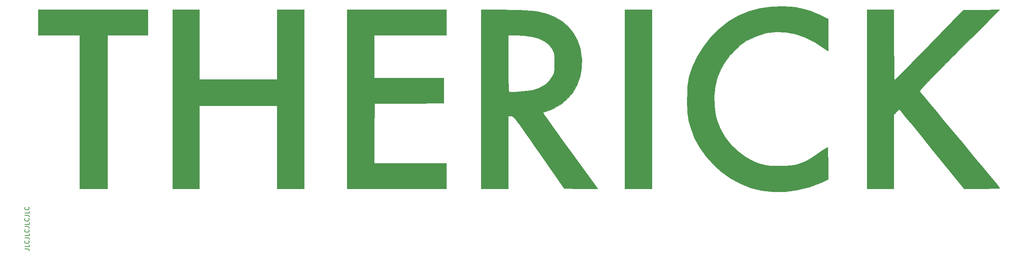
<source format=gbr>
G04 #@! TF.GenerationSoftware,KiCad,Pcbnew,(5.1.2-1)-1*
G04 #@! TF.CreationDate,2020-06-06T07:12:09-05:00*
G04 #@! TF.ProjectId,therick48.16,74686572-6963-46b3-9438-2e31362e6b69,rev?*
G04 #@! TF.SameCoordinates,Original*
G04 #@! TF.FileFunction,Legend,Top*
G04 #@! TF.FilePolarity,Positive*
%FSLAX46Y46*%
G04 Gerber Fmt 4.6, Leading zero omitted, Abs format (unit mm)*
G04 Created by KiCad (PCBNEW (5.1.2-1)-1) date 2020-06-06 07:12:09*
%MOMM*%
%LPD*%
G04 APERTURE LIST*
%ADD10C,0.150000*%
%ADD11C,0.010000*%
G04 APERTURE END LIST*
D10*
X47839380Y-106566690D02*
X48553666Y-106566690D01*
X48696523Y-106614309D01*
X48791761Y-106709547D01*
X48839380Y-106852404D01*
X48839380Y-106947642D01*
X48839380Y-105614309D02*
X48839380Y-106090500D01*
X47839380Y-106090500D01*
X48744142Y-104709547D02*
X48791761Y-104757166D01*
X48839380Y-104900023D01*
X48839380Y-104995261D01*
X48791761Y-105138119D01*
X48696523Y-105233357D01*
X48601285Y-105280976D01*
X48410809Y-105328595D01*
X48267952Y-105328595D01*
X48077476Y-105280976D01*
X47982238Y-105233357D01*
X47887000Y-105138119D01*
X47839380Y-104995261D01*
X47839380Y-104900023D01*
X47887000Y-104757166D01*
X47934619Y-104709547D01*
X47839380Y-103995261D02*
X48553666Y-103995261D01*
X48696523Y-104042880D01*
X48791761Y-104138119D01*
X48839380Y-104280976D01*
X48839380Y-104376214D01*
X48839380Y-103042880D02*
X48839380Y-103519071D01*
X47839380Y-103519071D01*
X48744142Y-102138119D02*
X48791761Y-102185738D01*
X48839380Y-102328595D01*
X48839380Y-102423833D01*
X48791761Y-102566690D01*
X48696523Y-102661928D01*
X48601285Y-102709547D01*
X48410809Y-102757166D01*
X48267952Y-102757166D01*
X48077476Y-102709547D01*
X47982238Y-102661928D01*
X47887000Y-102566690D01*
X47839380Y-102423833D01*
X47839380Y-102328595D01*
X47887000Y-102185738D01*
X47934619Y-102138119D01*
X47839380Y-101423833D02*
X48553666Y-101423833D01*
X48696523Y-101471452D01*
X48791761Y-101566690D01*
X48839380Y-101709547D01*
X48839380Y-101804785D01*
X48839380Y-100471452D02*
X48839380Y-100947642D01*
X47839380Y-100947642D01*
X48744142Y-99566690D02*
X48791761Y-99614309D01*
X48839380Y-99757166D01*
X48839380Y-99852404D01*
X48791761Y-99995261D01*
X48696523Y-100090500D01*
X48601285Y-100138119D01*
X48410809Y-100185738D01*
X48267952Y-100185738D01*
X48077476Y-100138119D01*
X47982238Y-100090500D01*
X47887000Y-99995261D01*
X47839380Y-99852404D01*
X47839380Y-99757166D01*
X47887000Y-99614309D01*
X47934619Y-99566690D01*
X47839380Y-98852404D02*
X48553666Y-98852404D01*
X48696523Y-98900023D01*
X48791761Y-98995261D01*
X48839380Y-99138119D01*
X48839380Y-99233357D01*
X48839380Y-97900023D02*
X48839380Y-98376214D01*
X47839380Y-98376214D01*
X48744142Y-96995261D02*
X48791761Y-97042880D01*
X48839380Y-97185738D01*
X48839380Y-97280976D01*
X48791761Y-97423833D01*
X48696523Y-97519071D01*
X48601285Y-97566690D01*
X48410809Y-97614309D01*
X48267952Y-97614309D01*
X48077476Y-97566690D01*
X47982238Y-97519071D01*
X47887000Y-97423833D01*
X47839380Y-97280976D01*
X47839380Y-97185738D01*
X47887000Y-97042880D01*
X47934619Y-96995261D01*
D11*
G36*
X246521429Y-59806428D02*
G01*
X246524383Y-61478072D01*
X246532837Y-63032105D01*
X246546177Y-64432210D01*
X246563790Y-65642067D01*
X246585064Y-66625357D01*
X246609383Y-67345760D01*
X246636136Y-67766957D01*
X246657500Y-67864645D01*
X246804557Y-67735144D01*
X247181854Y-67367063D01*
X247767423Y-66782698D01*
X248539299Y-66004348D01*
X249475516Y-65054310D01*
X250554106Y-63954882D01*
X251753104Y-62728361D01*
X253050542Y-61397045D01*
X254424456Y-59983231D01*
X254595000Y-59807461D01*
X262396429Y-51765632D01*
X266568619Y-51749244D01*
X270740809Y-51732857D01*
X261501567Y-60973431D01*
X259733816Y-62742420D01*
X258206687Y-64273443D01*
X256903440Y-65584331D01*
X255807337Y-66692913D01*
X254901638Y-67617019D01*
X254169605Y-68374478D01*
X253594499Y-68983120D01*
X253159580Y-69460775D01*
X252848110Y-69825271D01*
X252643350Y-70094440D01*
X252528561Y-70286109D01*
X252487003Y-70418109D01*
X252501938Y-70508270D01*
X252521520Y-70538564D01*
X252676489Y-70727180D01*
X253044894Y-71172760D01*
X253608341Y-71853126D01*
X254348438Y-72746099D01*
X255246789Y-73829502D01*
X256285002Y-75081157D01*
X257444682Y-76478884D01*
X258707436Y-78000507D01*
X260054870Y-79623848D01*
X261468591Y-81326727D01*
X261690637Y-81594161D01*
X263109267Y-83303415D01*
X264461451Y-84933908D01*
X265729138Y-86463793D01*
X266894276Y-87871226D01*
X267938814Y-89134360D01*
X268844700Y-90231349D01*
X269593883Y-91140346D01*
X270168310Y-91839507D01*
X270549931Y-92306985D01*
X270720694Y-92520934D01*
X270727416Y-92530456D01*
X270664449Y-92601034D01*
X270360363Y-92655196D01*
X269789268Y-92694258D01*
X268925277Y-92719539D01*
X267742501Y-92732356D01*
X266716065Y-92734619D01*
X262577857Y-92733523D01*
X255239568Y-83663190D01*
X253966099Y-82091205D01*
X252759362Y-80605585D01*
X251638732Y-79229925D01*
X250623586Y-77987819D01*
X249733298Y-76902863D01*
X248987244Y-75998651D01*
X248404799Y-75298777D01*
X248005338Y-74826836D01*
X247808238Y-74606423D01*
X247791230Y-74592857D01*
X247610246Y-74711834D01*
X247279160Y-75012818D01*
X247101305Y-75191137D01*
X246521429Y-75789417D01*
X246521429Y-92735714D01*
X240352857Y-92735714D01*
X240352857Y-51732857D01*
X246521429Y-51732857D01*
X246521429Y-59806428D01*
X246521429Y-59806428D01*
G37*
X246521429Y-59806428D02*
X246524383Y-61478072D01*
X246532837Y-63032105D01*
X246546177Y-64432210D01*
X246563790Y-65642067D01*
X246585064Y-66625357D01*
X246609383Y-67345760D01*
X246636136Y-67766957D01*
X246657500Y-67864645D01*
X246804557Y-67735144D01*
X247181854Y-67367063D01*
X247767423Y-66782698D01*
X248539299Y-66004348D01*
X249475516Y-65054310D01*
X250554106Y-63954882D01*
X251753104Y-62728361D01*
X253050542Y-61397045D01*
X254424456Y-59983231D01*
X254595000Y-59807461D01*
X262396429Y-51765632D01*
X266568619Y-51749244D01*
X270740809Y-51732857D01*
X261501567Y-60973431D01*
X259733816Y-62742420D01*
X258206687Y-64273443D01*
X256903440Y-65584331D01*
X255807337Y-66692913D01*
X254901638Y-67617019D01*
X254169605Y-68374478D01*
X253594499Y-68983120D01*
X253159580Y-69460775D01*
X252848110Y-69825271D01*
X252643350Y-70094440D01*
X252528561Y-70286109D01*
X252487003Y-70418109D01*
X252501938Y-70508270D01*
X252521520Y-70538564D01*
X252676489Y-70727180D01*
X253044894Y-71172760D01*
X253608341Y-71853126D01*
X254348438Y-72746099D01*
X255246789Y-73829502D01*
X256285002Y-75081157D01*
X257444682Y-76478884D01*
X258707436Y-78000507D01*
X260054870Y-79623848D01*
X261468591Y-81326727D01*
X261690637Y-81594161D01*
X263109267Y-83303415D01*
X264461451Y-84933908D01*
X265729138Y-86463793D01*
X266894276Y-87871226D01*
X267938814Y-89134360D01*
X268844700Y-90231349D01*
X269593883Y-91140346D01*
X270168310Y-91839507D01*
X270549931Y-92306985D01*
X270720694Y-92520934D01*
X270727416Y-92530456D01*
X270664449Y-92601034D01*
X270360363Y-92655196D01*
X269789268Y-92694258D01*
X268925277Y-92719539D01*
X267742501Y-92732356D01*
X266716065Y-92734619D01*
X262577857Y-92733523D01*
X255239568Y-83663190D01*
X253966099Y-82091205D01*
X252759362Y-80605585D01*
X251638732Y-79229925D01*
X250623586Y-77987819D01*
X249733298Y-76902863D01*
X248987244Y-75998651D01*
X248404799Y-75298777D01*
X248005338Y-74826836D01*
X247808238Y-74606423D01*
X247791230Y-74592857D01*
X247610246Y-74711834D01*
X247279160Y-75012818D01*
X247101305Y-75191137D01*
X246521429Y-75789417D01*
X246521429Y-92735714D01*
X240352857Y-92735714D01*
X240352857Y-51732857D01*
X246521429Y-51732857D01*
X246521429Y-59806428D01*
G36*
X191185714Y-92735714D02*
G01*
X185017143Y-92735714D01*
X185017143Y-51732857D01*
X191185714Y-51732857D01*
X191185714Y-92735714D01*
X191185714Y-92735714D01*
G37*
X191185714Y-92735714D02*
X185017143Y-92735714D01*
X185017143Y-51732857D01*
X191185714Y-51732857D01*
X191185714Y-92735714D01*
G36*
X157122500Y-51733368D02*
G01*
X159111420Y-51743496D01*
X160790534Y-51776475D01*
X162212432Y-51836871D01*
X163429703Y-51929249D01*
X164494938Y-52058172D01*
X165460726Y-52228207D01*
X166379657Y-52443917D01*
X166869408Y-52579405D01*
X168862546Y-53324894D01*
X170602015Y-54326749D01*
X172077926Y-55572572D01*
X173280389Y-57049960D01*
X174199516Y-58746512D01*
X174825416Y-60649828D01*
X175148200Y-62747505D01*
X175164266Y-62981156D01*
X175127829Y-65083491D01*
X174768165Y-67077798D01*
X174102034Y-68934212D01*
X173146193Y-70622868D01*
X171917404Y-72113898D01*
X170432426Y-73377438D01*
X168786709Y-74346127D01*
X168086551Y-74660047D01*
X167430292Y-74915484D01*
X166952174Y-75060505D01*
X166927066Y-75065515D01*
X166523507Y-75187169D01*
X166332377Y-75335195D01*
X166330000Y-75351142D01*
X166433811Y-75525574D01*
X166732762Y-75966838D01*
X167208126Y-76648631D01*
X167841178Y-77544653D01*
X168613193Y-78628600D01*
X169505445Y-79874172D01*
X170499208Y-81255066D01*
X171575758Y-82744980D01*
X172580244Y-84130237D01*
X178830489Y-92735714D01*
X174984173Y-92726417D01*
X171137857Y-92717119D01*
X165345321Y-84380702D01*
X164103640Y-82594461D01*
X163051038Y-81083419D01*
X162169863Y-79824566D01*
X161442464Y-78794894D01*
X160851190Y-77971394D01*
X160378388Y-77331057D01*
X160006408Y-76850874D01*
X159717598Y-76507836D01*
X159494306Y-76278933D01*
X159318880Y-76141158D01*
X159173670Y-76071501D01*
X159041024Y-76046953D01*
X158949964Y-76044286D01*
X158347143Y-76044286D01*
X158347143Y-92735714D01*
X152178572Y-92735714D01*
X152178572Y-63949047D01*
X158347143Y-63949047D01*
X158350867Y-65440646D01*
X158361457Y-66817056D01*
X158378038Y-68036229D01*
X158399738Y-69056115D01*
X158425683Y-69834667D01*
X158454998Y-70329835D01*
X158483214Y-70498125D01*
X158725184Y-70552914D01*
X159249783Y-70568276D01*
X159979533Y-70549359D01*
X160836954Y-70501313D01*
X161744568Y-70429288D01*
X162624896Y-70338432D01*
X163400458Y-70233895D01*
X163927692Y-70136276D01*
X165502941Y-69630647D01*
X166810792Y-68886237D01*
X167846184Y-67906686D01*
X168547093Y-66814521D01*
X168732644Y-66390784D01*
X168853658Y-65959714D01*
X168923241Y-65428615D01*
X168954495Y-64704793D01*
X168960714Y-63888571D01*
X168953839Y-62960644D01*
X168923020Y-62301379D01*
X168852966Y-61816686D01*
X168728387Y-61412475D01*
X168533993Y-60994654D01*
X168470705Y-60873276D01*
X167725203Y-59819015D01*
X166704784Y-58968558D01*
X165402313Y-58319032D01*
X163810659Y-57867565D01*
X161922686Y-57611283D01*
X160206786Y-57544901D01*
X158347143Y-57538571D01*
X158347143Y-63949047D01*
X152178572Y-63949047D01*
X152178572Y-51732857D01*
X157122500Y-51733368D01*
X157122500Y-51733368D01*
G37*
X157122500Y-51733368D02*
X159111420Y-51743496D01*
X160790534Y-51776475D01*
X162212432Y-51836871D01*
X163429703Y-51929249D01*
X164494938Y-52058172D01*
X165460726Y-52228207D01*
X166379657Y-52443917D01*
X166869408Y-52579405D01*
X168862546Y-53324894D01*
X170602015Y-54326749D01*
X172077926Y-55572572D01*
X173280389Y-57049960D01*
X174199516Y-58746512D01*
X174825416Y-60649828D01*
X175148200Y-62747505D01*
X175164266Y-62981156D01*
X175127829Y-65083491D01*
X174768165Y-67077798D01*
X174102034Y-68934212D01*
X173146193Y-70622868D01*
X171917404Y-72113898D01*
X170432426Y-73377438D01*
X168786709Y-74346127D01*
X168086551Y-74660047D01*
X167430292Y-74915484D01*
X166952174Y-75060505D01*
X166927066Y-75065515D01*
X166523507Y-75187169D01*
X166332377Y-75335195D01*
X166330000Y-75351142D01*
X166433811Y-75525574D01*
X166732762Y-75966838D01*
X167208126Y-76648631D01*
X167841178Y-77544653D01*
X168613193Y-78628600D01*
X169505445Y-79874172D01*
X170499208Y-81255066D01*
X171575758Y-82744980D01*
X172580244Y-84130237D01*
X178830489Y-92735714D01*
X174984173Y-92726417D01*
X171137857Y-92717119D01*
X165345321Y-84380702D01*
X164103640Y-82594461D01*
X163051038Y-81083419D01*
X162169863Y-79824566D01*
X161442464Y-78794894D01*
X160851190Y-77971394D01*
X160378388Y-77331057D01*
X160006408Y-76850874D01*
X159717598Y-76507836D01*
X159494306Y-76278933D01*
X159318880Y-76141158D01*
X159173670Y-76071501D01*
X159041024Y-76046953D01*
X158949964Y-76044286D01*
X158347143Y-76044286D01*
X158347143Y-92735714D01*
X152178572Y-92735714D01*
X152178572Y-63949047D01*
X158347143Y-63949047D01*
X158350867Y-65440646D01*
X158361457Y-66817056D01*
X158378038Y-68036229D01*
X158399738Y-69056115D01*
X158425683Y-69834667D01*
X158454998Y-70329835D01*
X158483214Y-70498125D01*
X158725184Y-70552914D01*
X159249783Y-70568276D01*
X159979533Y-70549359D01*
X160836954Y-70501313D01*
X161744568Y-70429288D01*
X162624896Y-70338432D01*
X163400458Y-70233895D01*
X163927692Y-70136276D01*
X165502941Y-69630647D01*
X166810792Y-68886237D01*
X167846184Y-67906686D01*
X168547093Y-66814521D01*
X168732644Y-66390784D01*
X168853658Y-65959714D01*
X168923241Y-65428615D01*
X168954495Y-64704793D01*
X168960714Y-63888571D01*
X168953839Y-62960644D01*
X168923020Y-62301379D01*
X168852966Y-61816686D01*
X168728387Y-61412475D01*
X168533993Y-60994654D01*
X168470705Y-60873276D01*
X167725203Y-59819015D01*
X166704784Y-58968558D01*
X165402313Y-58319032D01*
X163810659Y-57867565D01*
X161922686Y-57611283D01*
X160206786Y-57544901D01*
X158347143Y-57538571D01*
X158347143Y-63949047D01*
X152178572Y-63949047D01*
X152178572Y-51732857D01*
X157122500Y-51733368D01*
G36*
X144195714Y-57538571D02*
G01*
X127685714Y-57538571D01*
X127685714Y-67335714D01*
X143651429Y-67335714D01*
X143651429Y-73137614D01*
X135713929Y-73184878D01*
X127776429Y-73232143D01*
X127728890Y-80081071D01*
X127681351Y-86930000D01*
X144195714Y-86930000D01*
X144195714Y-92735714D01*
X121517143Y-92735714D01*
X121517143Y-51732857D01*
X144195714Y-51732857D01*
X144195714Y-57538571D01*
X144195714Y-57538571D01*
G37*
X144195714Y-57538571D02*
X127685714Y-57538571D01*
X127685714Y-67335714D01*
X143651429Y-67335714D01*
X143651429Y-73137614D01*
X135713929Y-73184878D01*
X127776429Y-73232143D01*
X127728890Y-80081071D01*
X127681351Y-86930000D01*
X144195714Y-86930000D01*
X144195714Y-92735714D01*
X121517143Y-92735714D01*
X121517143Y-51732857D01*
X144195714Y-51732857D01*
X144195714Y-57538571D01*
G36*
X87771429Y-67698571D02*
G01*
X105551429Y-67698571D01*
X105551429Y-51732857D01*
X111720000Y-51732857D01*
X111720000Y-92735714D01*
X105551429Y-92735714D01*
X105551429Y-73685714D01*
X87771429Y-73685714D01*
X87771429Y-92735714D01*
X81602857Y-92735714D01*
X81602857Y-51732857D01*
X87771429Y-51732857D01*
X87771429Y-67698571D01*
X87771429Y-67698571D01*
G37*
X87771429Y-67698571D02*
X105551429Y-67698571D01*
X105551429Y-51732857D01*
X111720000Y-51732857D01*
X111720000Y-92735714D01*
X105551429Y-92735714D01*
X105551429Y-73685714D01*
X87771429Y-73685714D01*
X87771429Y-92735714D01*
X81602857Y-92735714D01*
X81602857Y-51732857D01*
X87771429Y-51732857D01*
X87771429Y-67698571D01*
G36*
X75978572Y-57538571D02*
G01*
X66725714Y-57538571D01*
X66725714Y-92735714D01*
X60375714Y-92735714D01*
X60375714Y-57538571D01*
X50941429Y-57538571D01*
X50941429Y-51732857D01*
X75978572Y-51732857D01*
X75978572Y-57538571D01*
X75978572Y-57538571D01*
G37*
X75978572Y-57538571D02*
X66725714Y-57538571D01*
X66725714Y-92735714D01*
X60375714Y-92735714D01*
X60375714Y-57538571D01*
X50941429Y-57538571D01*
X50941429Y-51732857D01*
X75978572Y-51732857D01*
X75978572Y-57538571D01*
G36*
X223942095Y-51134986D02*
G01*
X226498146Y-51690919D01*
X227017857Y-51848559D01*
X227576927Y-52051896D01*
X228342120Y-52363197D01*
X229192931Y-52732384D01*
X229693929Y-52960637D01*
X231462857Y-53783317D01*
X231462857Y-61201908D01*
X230601072Y-60551043D01*
X228471907Y-59136255D01*
X226282874Y-58052660D01*
X224057020Y-57302484D01*
X221817395Y-56887953D01*
X219587048Y-56811292D01*
X217389029Y-57074727D01*
X215246387Y-57680482D01*
X213182172Y-58630784D01*
X212826880Y-58834949D01*
X211495120Y-59772582D01*
X210164707Y-60979887D01*
X208912844Y-62371695D01*
X207816738Y-63862841D01*
X207012218Y-65249286D01*
X206226289Y-67193891D01*
X205704895Y-69314256D01*
X205454187Y-71531379D01*
X205480317Y-73766261D01*
X205789435Y-75939900D01*
X206089253Y-77103607D01*
X206873011Y-79089148D01*
X207966788Y-80976141D01*
X209324306Y-82710948D01*
X210899284Y-84239932D01*
X212645441Y-85509454D01*
X213955000Y-86219797D01*
X215107526Y-86728710D01*
X216126615Y-87093244D01*
X217118750Y-87335393D01*
X218190416Y-87477148D01*
X219448094Y-87540504D01*
X220395714Y-87550065D01*
X221775621Y-87521868D01*
X222994037Y-87422424D01*
X224107531Y-87229453D01*
X225172670Y-86920677D01*
X226246022Y-86473817D01*
X227384153Y-85866594D01*
X228643632Y-85076729D01*
X230081026Y-84081943D01*
X231124250Y-83324656D01*
X231237479Y-83255330D01*
X231322181Y-83265341D01*
X231382489Y-83397472D01*
X231422537Y-83694505D01*
X231446460Y-84199221D01*
X231458392Y-84954403D01*
X231462465Y-86002833D01*
X231462857Y-86828925D01*
X231462857Y-90582109D01*
X229966072Y-91283291D01*
X227329545Y-92324294D01*
X224588863Y-93036038D01*
X221790333Y-93412061D01*
X218980262Y-93445899D01*
X216438626Y-93171609D01*
X213864965Y-92557764D01*
X211401177Y-91600603D01*
X209058218Y-90305923D01*
X206847046Y-88679523D01*
X205329170Y-87292857D01*
X203565845Y-85346523D01*
X202127019Y-83322462D01*
X200974532Y-81154971D01*
X200070226Y-78778350D01*
X199752152Y-77690527D01*
X199584268Y-77036090D01*
X199461464Y-76452591D01*
X199376576Y-75862316D01*
X199322441Y-75187552D01*
X199291895Y-74350583D01*
X199277774Y-73273697D01*
X199274280Y-72506428D01*
X199289993Y-70868251D01*
X199357840Y-69499903D01*
X199493188Y-68310225D01*
X199711400Y-67208057D01*
X200027841Y-66102239D01*
X200457878Y-64901613D01*
X200630189Y-64461902D01*
X201642083Y-62332171D01*
X202947155Y-60237255D01*
X204485564Y-58251207D01*
X206197466Y-56448079D01*
X208023018Y-54901926D01*
X208798214Y-54354312D01*
X211046376Y-53072193D01*
X213472308Y-52079024D01*
X216025429Y-51381762D01*
X218655155Y-50987364D01*
X221310904Y-50902787D01*
X223942095Y-51134986D01*
X223942095Y-51134986D01*
G37*
X223942095Y-51134986D02*
X226498146Y-51690919D01*
X227017857Y-51848559D01*
X227576927Y-52051896D01*
X228342120Y-52363197D01*
X229192931Y-52732384D01*
X229693929Y-52960637D01*
X231462857Y-53783317D01*
X231462857Y-61201908D01*
X230601072Y-60551043D01*
X228471907Y-59136255D01*
X226282874Y-58052660D01*
X224057020Y-57302484D01*
X221817395Y-56887953D01*
X219587048Y-56811292D01*
X217389029Y-57074727D01*
X215246387Y-57680482D01*
X213182172Y-58630784D01*
X212826880Y-58834949D01*
X211495120Y-59772582D01*
X210164707Y-60979887D01*
X208912844Y-62371695D01*
X207816738Y-63862841D01*
X207012218Y-65249286D01*
X206226289Y-67193891D01*
X205704895Y-69314256D01*
X205454187Y-71531379D01*
X205480317Y-73766261D01*
X205789435Y-75939900D01*
X206089253Y-77103607D01*
X206873011Y-79089148D01*
X207966788Y-80976141D01*
X209324306Y-82710948D01*
X210899284Y-84239932D01*
X212645441Y-85509454D01*
X213955000Y-86219797D01*
X215107526Y-86728710D01*
X216126615Y-87093244D01*
X217118750Y-87335393D01*
X218190416Y-87477148D01*
X219448094Y-87540504D01*
X220395714Y-87550065D01*
X221775621Y-87521868D01*
X222994037Y-87422424D01*
X224107531Y-87229453D01*
X225172670Y-86920677D01*
X226246022Y-86473817D01*
X227384153Y-85866594D01*
X228643632Y-85076729D01*
X230081026Y-84081943D01*
X231124250Y-83324656D01*
X231237479Y-83255330D01*
X231322181Y-83265341D01*
X231382489Y-83397472D01*
X231422537Y-83694505D01*
X231446460Y-84199221D01*
X231458392Y-84954403D01*
X231462465Y-86002833D01*
X231462857Y-86828925D01*
X231462857Y-90582109D01*
X229966072Y-91283291D01*
X227329545Y-92324294D01*
X224588863Y-93036038D01*
X221790333Y-93412061D01*
X218980262Y-93445899D01*
X216438626Y-93171609D01*
X213864965Y-92557764D01*
X211401177Y-91600603D01*
X209058218Y-90305923D01*
X206847046Y-88679523D01*
X205329170Y-87292857D01*
X203565845Y-85346523D01*
X202127019Y-83322462D01*
X200974532Y-81154971D01*
X200070226Y-78778350D01*
X199752152Y-77690527D01*
X199584268Y-77036090D01*
X199461464Y-76452591D01*
X199376576Y-75862316D01*
X199322441Y-75187552D01*
X199291895Y-74350583D01*
X199277774Y-73273697D01*
X199274280Y-72506428D01*
X199289993Y-70868251D01*
X199357840Y-69499903D01*
X199493188Y-68310225D01*
X199711400Y-67208057D01*
X200027841Y-66102239D01*
X200457878Y-64901613D01*
X200630189Y-64461902D01*
X201642083Y-62332171D01*
X202947155Y-60237255D01*
X204485564Y-58251207D01*
X206197466Y-56448079D01*
X208023018Y-54901926D01*
X208798214Y-54354312D01*
X211046376Y-53072193D01*
X213472308Y-52079024D01*
X216025429Y-51381762D01*
X218655155Y-50987364D01*
X221310904Y-50902787D01*
X223942095Y-51134986D01*
M02*

</source>
